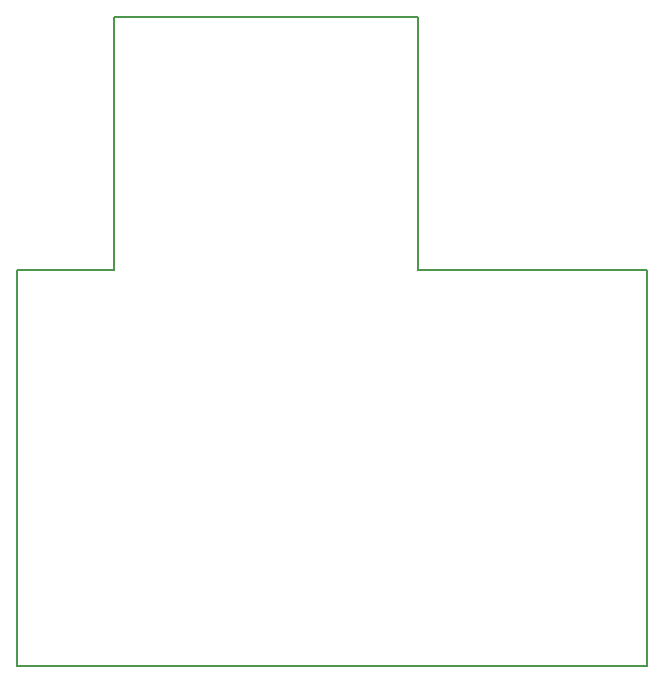
<source format=gbr>
G04 #@! TF.FileFunction,Profile,NP*
%FSLAX46Y46*%
G04 Gerber Fmt 4.6, Leading zero omitted, Abs format (unit mm)*
G04 Created by KiCad (PCBNEW 4.0.2-stable) date 27/05/2016 15:33:53*
%MOMM*%
G01*
G04 APERTURE LIST*
%ADD10C,0.100000*%
%ADD11C,0.150000*%
G04 APERTURE END LIST*
D10*
D11*
X154000000Y-49200000D02*
X179800000Y-49200000D01*
X154000000Y-70600000D02*
X154000000Y-49200000D01*
X179800000Y-70600000D02*
X179800000Y-49200000D01*
X145796000Y-70612000D02*
X153924000Y-70612000D01*
X145796000Y-70612000D02*
X145796000Y-71120000D01*
X199136000Y-70612000D02*
X179832000Y-70612000D01*
X199136000Y-104140000D02*
X199136000Y-70612000D01*
X145796000Y-104140000D02*
X199136000Y-104140000D01*
X145796000Y-71120000D02*
X145796000Y-104140000D01*
M02*

</source>
